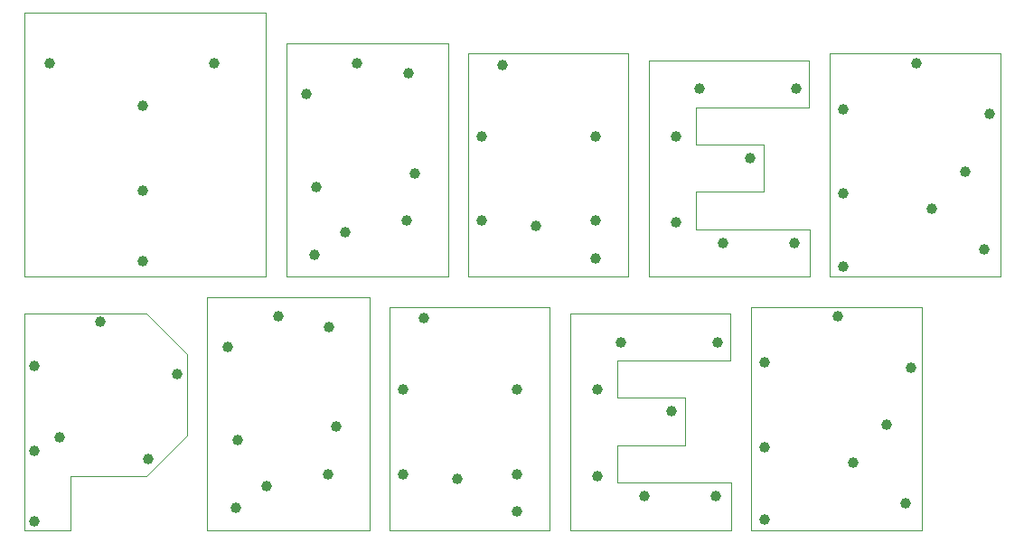
<source format=gbl>
G75*
G70*
%OFA0B0*%
%FSLAX25Y25*%
%IPPOS*%
%LPD*%
%AMOC8*
5,1,8,0,0,1.08239X$1,22.5*
%
%ADD10C,0.03970*%
%ADD15C,0.00000*%
X0010000Y0010000D02*
G75*
%LPD*%
D15*
X0010000Y0010000D02*
X0010000Y0090000D01*
X0055000Y0090000D01*
X0070000Y0075000D01*
X0070000Y0045000D01*
X0055000Y0030000D01*
X0027000Y0030000D01*
X0027000Y0010000D01*
X0010000Y0010000D01*
D10*
X0013750Y0013120D03*
X0055620Y0036250D03*
X0023120Y0044370D03*
X0013750Y0039370D03*
X0066250Y0067500D03*
X0013750Y0070620D03*
X0038120Y0086870D03*
X0077500Y0010000D02*
G75*
%LPD*%
D15*
X0077500Y0010000D02*
X0077500Y0096000D01*
X0137230Y0096000D01*
X0137230Y0010000D01*
X0077500Y0010000D01*
D10*
X0088120Y0018120D03*
X0099370Y0026250D03*
X0121870Y0030620D03*
X0088750Y0043120D03*
X0125000Y0048120D03*
X0085000Y0077500D03*
X0122500Y0085000D03*
X0103750Y0088750D03*
X0144730Y0010000D02*
G75*
%LPD*%
D15*
X0144730Y0010000D02*
X0144730Y0092250D01*
X0203740Y0092250D01*
X0203740Y0010000D01*
X0144730Y0010000D01*
D10*
X0191600Y0016870D03*
X0169730Y0028750D03*
X0149730Y0030620D03*
X0191600Y0030620D03*
X0191600Y0061870D03*
X0149730Y0061870D03*
X0157230Y0088120D03*
X0211240Y0010000D02*
G75*
%LPD*%
D15*
X0211240Y0010000D02*
X0211240Y0089750D01*
X0270250Y0089750D01*
X0270250Y0072500D01*
X0228740Y0072500D01*
X0228740Y0058750D01*
X0253740Y0058750D01*
X0253740Y0041250D01*
X0228740Y0041250D01*
X0228740Y0027500D01*
X0270610Y0027500D01*
X0270610Y0010000D01*
X0211240Y0010000D01*
D10*
X0238740Y0022500D03*
X0264990Y0022500D03*
X0221240Y0030000D03*
X0248740Y0053750D03*
X0221240Y0061870D03*
X0229990Y0079370D03*
X0265610Y0079370D03*
X0278110Y0010000D02*
G75*
%LPD*%
D15*
X0278110Y0010000D02*
X0278110Y0092250D01*
X0340870Y0092250D01*
X0340870Y0010000D01*
X0278110Y0010000D01*
D10*
X0283110Y0013750D03*
X0334980Y0020000D03*
X0315610Y0035000D03*
X0283110Y0040620D03*
X0328110Y0048750D03*
X0336860Y0070000D03*
X0283110Y0071870D03*
X0309980Y0088750D03*
X0010000Y0103500D02*
G75*
%LPD*%
D15*
X0010000Y0103500D02*
X0010000Y0200750D01*
X0099010Y0200750D01*
X0099010Y0103500D01*
X0010000Y0103500D01*
D10*
X0053750Y0109120D03*
X0053750Y0135370D03*
X0053750Y0166620D03*
X0080000Y0182250D03*
X0019370Y0182250D03*
X0106510Y0103500D02*
G75*
%LPD*%
D15*
X0106510Y0103500D02*
X0106510Y0189500D01*
X0166240Y0189500D01*
X0166240Y0103500D01*
X0106510Y0103500D01*
D10*
X0117130Y0111620D03*
X0128380Y0119750D03*
X0150880Y0124120D03*
X0117760Y0136620D03*
X0154010Y0141620D03*
X0114010Y0171000D03*
X0151510Y0178500D03*
X0132760Y0182250D03*
X0173740Y0103500D02*
G75*
%LPD*%
D15*
X0173740Y0103500D02*
X0173740Y0185750D01*
X0232750Y0185750D01*
X0232750Y0103500D01*
X0173740Y0103500D01*
D10*
X0220610Y0110370D03*
X0198740Y0122250D03*
X0178740Y0124120D03*
X0220610Y0124120D03*
X0220610Y0155370D03*
X0178740Y0155370D03*
X0186240Y0181620D03*
X0240250Y0103500D02*
G75*
%LPD*%
D15*
X0240250Y0103500D02*
X0240250Y0183250D01*
X0299260Y0183250D01*
X0299260Y0166000D01*
X0257750Y0166000D01*
X0257750Y0152250D01*
X0282750Y0152250D01*
X0282750Y0134750D01*
X0257750Y0134750D01*
X0257750Y0121000D01*
X0299620Y0121000D01*
X0299620Y0103500D01*
X0240250Y0103500D01*
D10*
X0267750Y0116000D03*
X0294000Y0116000D03*
X0250250Y0123500D03*
X0277750Y0147250D03*
X0250250Y0155370D03*
X0259000Y0172870D03*
X0294620Y0172870D03*
X0307120Y0103500D02*
G75*
%LPD*%
D15*
X0307120Y0103500D02*
X0307120Y0185750D01*
X0369880Y0185750D01*
X0369880Y0103500D01*
X0307120Y0103500D01*
D10*
X0312120Y0107250D03*
X0363990Y0113500D03*
X0344620Y0128500D03*
X0312120Y0134120D03*
X0357120Y0142250D03*
X0365870Y0163500D03*
X0312120Y0165370D03*
X0338990Y0182250D03*
M02*

</source>
